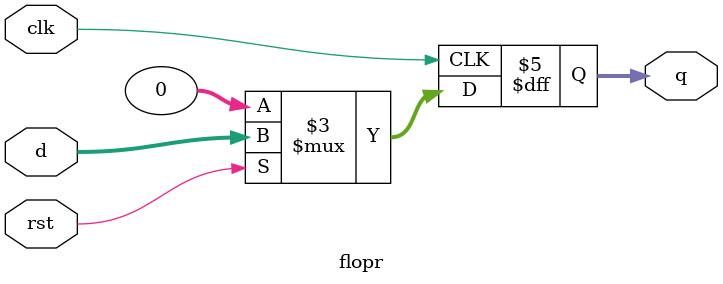
<source format=v>
module flopr(clk, rst, d, q);
  input clk;
  input rst;
  input [31:0]d;
  output reg [31:0]q;
  always @(negedge clk)
  begin
    if (rst)
      q <= d;
    else
      q <= 0;
  end
endmodule
</source>
